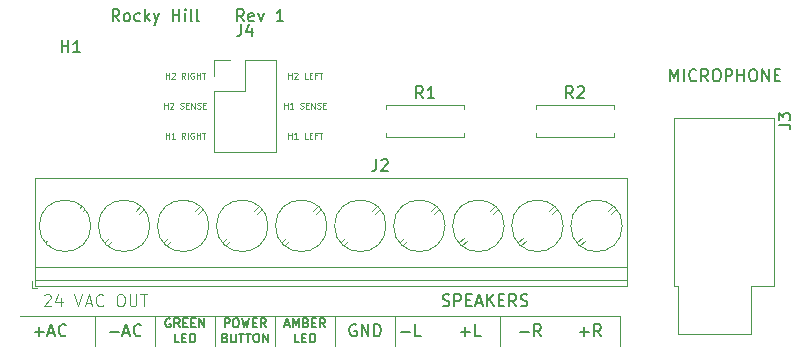
<source format=gbr>
G04 #@! TF.GenerationSoftware,KiCad,Pcbnew,5.1.5-52549c5~84~ubuntu18.04.1*
G04 #@! TF.CreationDate,2020-03-14T14:57:04-04:00*
G04 #@! TF.ProjectId,imac_g3_slot_loading_J22_adapter_board,696d6163-5f67-4335-9f73-6c6f745f6c6f,1*
G04 #@! TF.SameCoordinates,Original*
G04 #@! TF.FileFunction,Legend,Top*
G04 #@! TF.FilePolarity,Positive*
%FSLAX46Y46*%
G04 Gerber Fmt 4.6, Leading zero omitted, Abs format (unit mm)*
G04 Created by KiCad (PCBNEW 5.1.5-52549c5~84~ubuntu18.04.1) date 2020-03-14 14:57:04*
%MOMM*%
%LPD*%
G04 APERTURE LIST*
%ADD10C,0.150000*%
%ADD11C,0.100000*%
%ADD12C,0.120000*%
%ADD13C,0.125000*%
G04 APERTURE END LIST*
D10*
X124854857Y-89380380D02*
X124521523Y-88904190D01*
X124283428Y-89380380D02*
X124283428Y-88380380D01*
X124664380Y-88380380D01*
X124759619Y-88428000D01*
X124807238Y-88475619D01*
X124854857Y-88570857D01*
X124854857Y-88713714D01*
X124807238Y-88808952D01*
X124759619Y-88856571D01*
X124664380Y-88904190D01*
X124283428Y-88904190D01*
X125664380Y-89332761D02*
X125569142Y-89380380D01*
X125378666Y-89380380D01*
X125283428Y-89332761D01*
X125235809Y-89237523D01*
X125235809Y-88856571D01*
X125283428Y-88761333D01*
X125378666Y-88713714D01*
X125569142Y-88713714D01*
X125664380Y-88761333D01*
X125712000Y-88856571D01*
X125712000Y-88951809D01*
X125235809Y-89047047D01*
X126045333Y-88713714D02*
X126283428Y-89380380D01*
X126521523Y-88713714D01*
X128188190Y-89380380D02*
X127616761Y-89380380D01*
X127902476Y-89380380D02*
X127902476Y-88380380D01*
X127807238Y-88523238D01*
X127712000Y-88618476D01*
X127616761Y-88666095D01*
X114298190Y-89380380D02*
X113964857Y-88904190D01*
X113726761Y-89380380D02*
X113726761Y-88380380D01*
X114107714Y-88380380D01*
X114202952Y-88428000D01*
X114250571Y-88475619D01*
X114298190Y-88570857D01*
X114298190Y-88713714D01*
X114250571Y-88808952D01*
X114202952Y-88856571D01*
X114107714Y-88904190D01*
X113726761Y-88904190D01*
X114869619Y-89380380D02*
X114774380Y-89332761D01*
X114726761Y-89285142D01*
X114679142Y-89189904D01*
X114679142Y-88904190D01*
X114726761Y-88808952D01*
X114774380Y-88761333D01*
X114869619Y-88713714D01*
X115012476Y-88713714D01*
X115107714Y-88761333D01*
X115155333Y-88808952D01*
X115202952Y-88904190D01*
X115202952Y-89189904D01*
X115155333Y-89285142D01*
X115107714Y-89332761D01*
X115012476Y-89380380D01*
X114869619Y-89380380D01*
X116060095Y-89332761D02*
X115964857Y-89380380D01*
X115774380Y-89380380D01*
X115679142Y-89332761D01*
X115631523Y-89285142D01*
X115583904Y-89189904D01*
X115583904Y-88904190D01*
X115631523Y-88808952D01*
X115679142Y-88761333D01*
X115774380Y-88713714D01*
X115964857Y-88713714D01*
X116060095Y-88761333D01*
X116488666Y-89380380D02*
X116488666Y-88380380D01*
X116583904Y-88999428D02*
X116869619Y-89380380D01*
X116869619Y-88713714D02*
X116488666Y-89094666D01*
X117202952Y-88713714D02*
X117441047Y-89380380D01*
X117679142Y-88713714D02*
X117441047Y-89380380D01*
X117345809Y-89618476D01*
X117298190Y-89666095D01*
X117202952Y-89713714D01*
X118822000Y-89380380D02*
X118822000Y-88380380D01*
X118822000Y-88856571D02*
X119393428Y-88856571D01*
X119393428Y-89380380D02*
X119393428Y-88380380D01*
X119869619Y-89380380D02*
X119869619Y-88713714D01*
X119869619Y-88380380D02*
X119822000Y-88428000D01*
X119869619Y-88475619D01*
X119917238Y-88428000D01*
X119869619Y-88380380D01*
X119869619Y-88475619D01*
X120488666Y-89380380D02*
X120393428Y-89332761D01*
X120345809Y-89237523D01*
X120345809Y-88380380D01*
X121012476Y-89380380D02*
X120917238Y-89332761D01*
X120869619Y-89237523D01*
X120869619Y-88380380D01*
D11*
X128617238Y-94234190D02*
X128617238Y-93734190D01*
X128617238Y-93972285D02*
X128902952Y-93972285D01*
X128902952Y-94234190D02*
X128902952Y-93734190D01*
X129117238Y-93781809D02*
X129141047Y-93758000D01*
X129188666Y-93734190D01*
X129307714Y-93734190D01*
X129355333Y-93758000D01*
X129379142Y-93781809D01*
X129402952Y-93829428D01*
X129402952Y-93877047D01*
X129379142Y-93948476D01*
X129093428Y-94234190D01*
X129402952Y-94234190D01*
X130236285Y-94234190D02*
X129998190Y-94234190D01*
X129998190Y-93734190D01*
X130402952Y-93972285D02*
X130569619Y-93972285D01*
X130641047Y-94234190D02*
X130402952Y-94234190D01*
X130402952Y-93734190D01*
X130641047Y-93734190D01*
X131022000Y-93972285D02*
X130855333Y-93972285D01*
X130855333Y-94234190D02*
X130855333Y-93734190D01*
X131093428Y-93734190D01*
X131212476Y-93734190D02*
X131498190Y-93734190D01*
X131355333Y-94234190D02*
X131355333Y-93734190D01*
X128260095Y-96774190D02*
X128260095Y-96274190D01*
X128260095Y-96512285D02*
X128545809Y-96512285D01*
X128545809Y-96774190D02*
X128545809Y-96274190D01*
X129045809Y-96774190D02*
X128760095Y-96774190D01*
X128902952Y-96774190D02*
X128902952Y-96274190D01*
X128855333Y-96345619D01*
X128807714Y-96393238D01*
X128760095Y-96417047D01*
X129617238Y-96750380D02*
X129688666Y-96774190D01*
X129807714Y-96774190D01*
X129855333Y-96750380D01*
X129879142Y-96726571D01*
X129902952Y-96678952D01*
X129902952Y-96631333D01*
X129879142Y-96583714D01*
X129855333Y-96559904D01*
X129807714Y-96536095D01*
X129712476Y-96512285D01*
X129664857Y-96488476D01*
X129641047Y-96464666D01*
X129617238Y-96417047D01*
X129617238Y-96369428D01*
X129641047Y-96321809D01*
X129664857Y-96298000D01*
X129712476Y-96274190D01*
X129831523Y-96274190D01*
X129902952Y-96298000D01*
X130117238Y-96512285D02*
X130283904Y-96512285D01*
X130355333Y-96774190D02*
X130117238Y-96774190D01*
X130117238Y-96274190D01*
X130355333Y-96274190D01*
X130569619Y-96774190D02*
X130569619Y-96274190D01*
X130855333Y-96774190D01*
X130855333Y-96274190D01*
X131069619Y-96750380D02*
X131141047Y-96774190D01*
X131260095Y-96774190D01*
X131307714Y-96750380D01*
X131331523Y-96726571D01*
X131355333Y-96678952D01*
X131355333Y-96631333D01*
X131331523Y-96583714D01*
X131307714Y-96559904D01*
X131260095Y-96536095D01*
X131164857Y-96512285D01*
X131117238Y-96488476D01*
X131093428Y-96464666D01*
X131069619Y-96417047D01*
X131069619Y-96369428D01*
X131093428Y-96321809D01*
X131117238Y-96298000D01*
X131164857Y-96274190D01*
X131283904Y-96274190D01*
X131355333Y-96298000D01*
X131569619Y-96512285D02*
X131736285Y-96512285D01*
X131807714Y-96774190D02*
X131569619Y-96774190D01*
X131569619Y-96274190D01*
X131807714Y-96274190D01*
X118219142Y-94234190D02*
X118219142Y-93734190D01*
X118219142Y-93972285D02*
X118504857Y-93972285D01*
X118504857Y-94234190D02*
X118504857Y-93734190D01*
X118719142Y-93781809D02*
X118742952Y-93758000D01*
X118790571Y-93734190D01*
X118909619Y-93734190D01*
X118957238Y-93758000D01*
X118981047Y-93781809D01*
X119004857Y-93829428D01*
X119004857Y-93877047D01*
X118981047Y-93948476D01*
X118695333Y-94234190D01*
X119004857Y-94234190D01*
X119885809Y-94234190D02*
X119719142Y-93996095D01*
X119600095Y-94234190D02*
X119600095Y-93734190D01*
X119790571Y-93734190D01*
X119838190Y-93758000D01*
X119862000Y-93781809D01*
X119885809Y-93829428D01*
X119885809Y-93900857D01*
X119862000Y-93948476D01*
X119838190Y-93972285D01*
X119790571Y-93996095D01*
X119600095Y-93996095D01*
X120100095Y-94234190D02*
X120100095Y-93734190D01*
X120600095Y-93758000D02*
X120552476Y-93734190D01*
X120481047Y-93734190D01*
X120409619Y-93758000D01*
X120362000Y-93805619D01*
X120338190Y-93853238D01*
X120314380Y-93948476D01*
X120314380Y-94019904D01*
X120338190Y-94115142D01*
X120362000Y-94162761D01*
X120409619Y-94210380D01*
X120481047Y-94234190D01*
X120528666Y-94234190D01*
X120600095Y-94210380D01*
X120623904Y-94186571D01*
X120623904Y-94019904D01*
X120528666Y-94019904D01*
X120838190Y-94234190D02*
X120838190Y-93734190D01*
X120838190Y-93972285D02*
X121123904Y-93972285D01*
X121123904Y-94234190D02*
X121123904Y-93734190D01*
X121290571Y-93734190D02*
X121576285Y-93734190D01*
X121433428Y-94234190D02*
X121433428Y-93734190D01*
X118100095Y-96774190D02*
X118100095Y-96274190D01*
X118100095Y-96512285D02*
X118385809Y-96512285D01*
X118385809Y-96774190D02*
X118385809Y-96274190D01*
X118600095Y-96321809D02*
X118623904Y-96298000D01*
X118671523Y-96274190D01*
X118790571Y-96274190D01*
X118838190Y-96298000D01*
X118862000Y-96321809D01*
X118885809Y-96369428D01*
X118885809Y-96417047D01*
X118862000Y-96488476D01*
X118576285Y-96774190D01*
X118885809Y-96774190D01*
X119457238Y-96750380D02*
X119528666Y-96774190D01*
X119647714Y-96774190D01*
X119695333Y-96750380D01*
X119719142Y-96726571D01*
X119742952Y-96678952D01*
X119742952Y-96631333D01*
X119719142Y-96583714D01*
X119695333Y-96559904D01*
X119647714Y-96536095D01*
X119552476Y-96512285D01*
X119504857Y-96488476D01*
X119481047Y-96464666D01*
X119457238Y-96417047D01*
X119457238Y-96369428D01*
X119481047Y-96321809D01*
X119504857Y-96298000D01*
X119552476Y-96274190D01*
X119671523Y-96274190D01*
X119742952Y-96298000D01*
X119957238Y-96512285D02*
X120123904Y-96512285D01*
X120195333Y-96774190D02*
X119957238Y-96774190D01*
X119957238Y-96274190D01*
X120195333Y-96274190D01*
X120409619Y-96774190D02*
X120409619Y-96274190D01*
X120695333Y-96774190D01*
X120695333Y-96274190D01*
X120909619Y-96750380D02*
X120981047Y-96774190D01*
X121100095Y-96774190D01*
X121147714Y-96750380D01*
X121171523Y-96726571D01*
X121195333Y-96678952D01*
X121195333Y-96631333D01*
X121171523Y-96583714D01*
X121147714Y-96559904D01*
X121100095Y-96536095D01*
X121004857Y-96512285D01*
X120957238Y-96488476D01*
X120933428Y-96464666D01*
X120909619Y-96417047D01*
X120909619Y-96369428D01*
X120933428Y-96321809D01*
X120957238Y-96298000D01*
X121004857Y-96274190D01*
X121123904Y-96274190D01*
X121195333Y-96298000D01*
X121409619Y-96512285D02*
X121576285Y-96512285D01*
X121647714Y-96774190D02*
X121409619Y-96774190D01*
X121409619Y-96274190D01*
X121647714Y-96274190D01*
X118219142Y-99314190D02*
X118219142Y-98814190D01*
X118219142Y-99052285D02*
X118504857Y-99052285D01*
X118504857Y-99314190D02*
X118504857Y-98814190D01*
X119004857Y-99314190D02*
X118719142Y-99314190D01*
X118862000Y-99314190D02*
X118862000Y-98814190D01*
X118814380Y-98885619D01*
X118766761Y-98933238D01*
X118719142Y-98957047D01*
X119885809Y-99314190D02*
X119719142Y-99076095D01*
X119600095Y-99314190D02*
X119600095Y-98814190D01*
X119790571Y-98814190D01*
X119838190Y-98838000D01*
X119862000Y-98861809D01*
X119885809Y-98909428D01*
X119885809Y-98980857D01*
X119862000Y-99028476D01*
X119838190Y-99052285D01*
X119790571Y-99076095D01*
X119600095Y-99076095D01*
X120100095Y-99314190D02*
X120100095Y-98814190D01*
X120600095Y-98838000D02*
X120552476Y-98814190D01*
X120481047Y-98814190D01*
X120409619Y-98838000D01*
X120362000Y-98885619D01*
X120338190Y-98933238D01*
X120314380Y-99028476D01*
X120314380Y-99099904D01*
X120338190Y-99195142D01*
X120362000Y-99242761D01*
X120409619Y-99290380D01*
X120481047Y-99314190D01*
X120528666Y-99314190D01*
X120600095Y-99290380D01*
X120623904Y-99266571D01*
X120623904Y-99099904D01*
X120528666Y-99099904D01*
X120838190Y-99314190D02*
X120838190Y-98814190D01*
X120838190Y-99052285D02*
X121123904Y-99052285D01*
X121123904Y-99314190D02*
X121123904Y-98814190D01*
X121290571Y-98814190D02*
X121576285Y-98814190D01*
X121433428Y-99314190D02*
X121433428Y-98814190D01*
X128617238Y-99314190D02*
X128617238Y-98814190D01*
X128617238Y-99052285D02*
X128902952Y-99052285D01*
X128902952Y-99314190D02*
X128902952Y-98814190D01*
X129402952Y-99314190D02*
X129117238Y-99314190D01*
X129260095Y-99314190D02*
X129260095Y-98814190D01*
X129212476Y-98885619D01*
X129164857Y-98933238D01*
X129117238Y-98957047D01*
X130236285Y-99314190D02*
X129998190Y-99314190D01*
X129998190Y-98814190D01*
X130402952Y-99052285D02*
X130569619Y-99052285D01*
X130641047Y-99314190D02*
X130402952Y-99314190D01*
X130402952Y-98814190D01*
X130641047Y-98814190D01*
X131022000Y-99052285D02*
X130855333Y-99052285D01*
X130855333Y-99314190D02*
X130855333Y-98814190D01*
X131093428Y-98814190D01*
X131212476Y-98814190D02*
X131498190Y-98814190D01*
X131355333Y-99314190D02*
X131355333Y-98814190D01*
D12*
X112242000Y-114328000D02*
X105892000Y-114328000D01*
X117322000Y-114328000D02*
X112242000Y-114328000D01*
X112242000Y-114328000D02*
X112242000Y-116868000D01*
X117322000Y-114328000D02*
X137642000Y-114328000D01*
X137642000Y-114328000D02*
X156692000Y-114328000D01*
X146532000Y-114328000D02*
X146532000Y-116868000D01*
X156692000Y-114328000D02*
X156692000Y-116868000D01*
X137642000Y-114328000D02*
X137642000Y-116868000D01*
X132562000Y-114328000D02*
X132562000Y-116868000D01*
X127482000Y-114328000D02*
X127482000Y-116868000D01*
X122402000Y-114328000D02*
X122402000Y-116868000D01*
X117322000Y-114328000D02*
X117322000Y-116868000D01*
D13*
X107932476Y-112605619D02*
X107980095Y-112558000D01*
X108075333Y-112510380D01*
X108313428Y-112510380D01*
X108408666Y-112558000D01*
X108456285Y-112605619D01*
X108503904Y-112700857D01*
X108503904Y-112796095D01*
X108456285Y-112938952D01*
X107884857Y-113510380D01*
X108503904Y-113510380D01*
X109361047Y-112843714D02*
X109361047Y-113510380D01*
X109122952Y-112462761D02*
X108884857Y-113177047D01*
X109503904Y-113177047D01*
X110503904Y-112510380D02*
X110837238Y-113510380D01*
X111170571Y-112510380D01*
X111456285Y-113224666D02*
X111932476Y-113224666D01*
X111361047Y-113510380D02*
X111694380Y-112510380D01*
X112027714Y-113510380D01*
X112932476Y-113415142D02*
X112884857Y-113462761D01*
X112742000Y-113510380D01*
X112646761Y-113510380D01*
X112503904Y-113462761D01*
X112408666Y-113367523D01*
X112361047Y-113272285D01*
X112313428Y-113081809D01*
X112313428Y-112938952D01*
X112361047Y-112748476D01*
X112408666Y-112653238D01*
X112503904Y-112558000D01*
X112646761Y-112510380D01*
X112742000Y-112510380D01*
X112884857Y-112558000D01*
X112932476Y-112605619D01*
X114313428Y-112510380D02*
X114503904Y-112510380D01*
X114599142Y-112558000D01*
X114694380Y-112653238D01*
X114742000Y-112843714D01*
X114742000Y-113177047D01*
X114694380Y-113367523D01*
X114599142Y-113462761D01*
X114503904Y-113510380D01*
X114313428Y-113510380D01*
X114218190Y-113462761D01*
X114122952Y-113367523D01*
X114075333Y-113177047D01*
X114075333Y-112843714D01*
X114122952Y-112653238D01*
X114218190Y-112558000D01*
X114313428Y-112510380D01*
X115170571Y-112510380D02*
X115170571Y-113319904D01*
X115218190Y-113415142D01*
X115265809Y-113462761D01*
X115361047Y-113510380D01*
X115551523Y-113510380D01*
X115646761Y-113462761D01*
X115694380Y-113415142D01*
X115742000Y-113319904D01*
X115742000Y-112510380D01*
X116075333Y-112510380D02*
X116646761Y-112510380D01*
X116361047Y-113510380D02*
X116361047Y-112510380D01*
D10*
X160962952Y-94460380D02*
X160962952Y-93460380D01*
X161296285Y-94174666D01*
X161629619Y-93460380D01*
X161629619Y-94460380D01*
X162105809Y-94460380D02*
X162105809Y-93460380D01*
X163153428Y-94365142D02*
X163105809Y-94412761D01*
X162962952Y-94460380D01*
X162867714Y-94460380D01*
X162724857Y-94412761D01*
X162629619Y-94317523D01*
X162582000Y-94222285D01*
X162534380Y-94031809D01*
X162534380Y-93888952D01*
X162582000Y-93698476D01*
X162629619Y-93603238D01*
X162724857Y-93508000D01*
X162867714Y-93460380D01*
X162962952Y-93460380D01*
X163105809Y-93508000D01*
X163153428Y-93555619D01*
X164153428Y-94460380D02*
X163820095Y-93984190D01*
X163582000Y-94460380D02*
X163582000Y-93460380D01*
X163962952Y-93460380D01*
X164058190Y-93508000D01*
X164105809Y-93555619D01*
X164153428Y-93650857D01*
X164153428Y-93793714D01*
X164105809Y-93888952D01*
X164058190Y-93936571D01*
X163962952Y-93984190D01*
X163582000Y-93984190D01*
X164772476Y-93460380D02*
X164962952Y-93460380D01*
X165058190Y-93508000D01*
X165153428Y-93603238D01*
X165201047Y-93793714D01*
X165201047Y-94127047D01*
X165153428Y-94317523D01*
X165058190Y-94412761D01*
X164962952Y-94460380D01*
X164772476Y-94460380D01*
X164677238Y-94412761D01*
X164582000Y-94317523D01*
X164534380Y-94127047D01*
X164534380Y-93793714D01*
X164582000Y-93603238D01*
X164677238Y-93508000D01*
X164772476Y-93460380D01*
X165629619Y-94460380D02*
X165629619Y-93460380D01*
X166010571Y-93460380D01*
X166105809Y-93508000D01*
X166153428Y-93555619D01*
X166201047Y-93650857D01*
X166201047Y-93793714D01*
X166153428Y-93888952D01*
X166105809Y-93936571D01*
X166010571Y-93984190D01*
X165629619Y-93984190D01*
X166629619Y-94460380D02*
X166629619Y-93460380D01*
X166629619Y-93936571D02*
X167201047Y-93936571D01*
X167201047Y-94460380D02*
X167201047Y-93460380D01*
X167867714Y-93460380D02*
X168058190Y-93460380D01*
X168153428Y-93508000D01*
X168248666Y-93603238D01*
X168296285Y-93793714D01*
X168296285Y-94127047D01*
X168248666Y-94317523D01*
X168153428Y-94412761D01*
X168058190Y-94460380D01*
X167867714Y-94460380D01*
X167772476Y-94412761D01*
X167677238Y-94317523D01*
X167629619Y-94127047D01*
X167629619Y-93793714D01*
X167677238Y-93603238D01*
X167772476Y-93508000D01*
X167867714Y-93460380D01*
X168724857Y-94460380D02*
X168724857Y-93460380D01*
X169296285Y-94460380D01*
X169296285Y-93460380D01*
X169772476Y-93936571D02*
X170105809Y-93936571D01*
X170248666Y-94460380D02*
X169772476Y-94460380D01*
X169772476Y-93460380D01*
X170248666Y-93460380D01*
X141666761Y-113462761D02*
X141809619Y-113510380D01*
X142047714Y-113510380D01*
X142142952Y-113462761D01*
X142190571Y-113415142D01*
X142238190Y-113319904D01*
X142238190Y-113224666D01*
X142190571Y-113129428D01*
X142142952Y-113081809D01*
X142047714Y-113034190D01*
X141857238Y-112986571D01*
X141762000Y-112938952D01*
X141714380Y-112891333D01*
X141666761Y-112796095D01*
X141666761Y-112700857D01*
X141714380Y-112605619D01*
X141762000Y-112558000D01*
X141857238Y-112510380D01*
X142095333Y-112510380D01*
X142238190Y-112558000D01*
X142666761Y-113510380D02*
X142666761Y-112510380D01*
X143047714Y-112510380D01*
X143142952Y-112558000D01*
X143190571Y-112605619D01*
X143238190Y-112700857D01*
X143238190Y-112843714D01*
X143190571Y-112938952D01*
X143142952Y-112986571D01*
X143047714Y-113034190D01*
X142666761Y-113034190D01*
X143666761Y-112986571D02*
X144000095Y-112986571D01*
X144142952Y-113510380D02*
X143666761Y-113510380D01*
X143666761Y-112510380D01*
X144142952Y-112510380D01*
X144523904Y-113224666D02*
X145000095Y-113224666D01*
X144428666Y-113510380D02*
X144762000Y-112510380D01*
X145095333Y-113510380D01*
X145428666Y-113510380D02*
X145428666Y-112510380D01*
X146000095Y-113510380D02*
X145571523Y-112938952D01*
X146000095Y-112510380D02*
X145428666Y-113081809D01*
X146428666Y-112986571D02*
X146762000Y-112986571D01*
X146904857Y-113510380D02*
X146428666Y-113510380D01*
X146428666Y-112510380D01*
X146904857Y-112510380D01*
X147904857Y-113510380D02*
X147571523Y-113034190D01*
X147333428Y-113510380D02*
X147333428Y-112510380D01*
X147714380Y-112510380D01*
X147809619Y-112558000D01*
X147857238Y-112605619D01*
X147904857Y-112700857D01*
X147904857Y-112843714D01*
X147857238Y-112938952D01*
X147809619Y-112986571D01*
X147714380Y-113034190D01*
X147333428Y-113034190D01*
X148285809Y-113462761D02*
X148428666Y-113510380D01*
X148666761Y-113510380D01*
X148762000Y-113462761D01*
X148809619Y-113415142D01*
X148857238Y-113319904D01*
X148857238Y-113224666D01*
X148809619Y-113129428D01*
X148762000Y-113081809D01*
X148666761Y-113034190D01*
X148476285Y-112986571D01*
X148381047Y-112938952D01*
X148333428Y-112891333D01*
X148285809Y-112796095D01*
X148285809Y-112700857D01*
X148333428Y-112605619D01*
X148381047Y-112558000D01*
X148476285Y-112510380D01*
X148714380Y-112510380D01*
X148857238Y-112558000D01*
X143206285Y-115669428D02*
X143968190Y-115669428D01*
X143587238Y-116050380D02*
X143587238Y-115288476D01*
X144920571Y-116050380D02*
X144444380Y-116050380D01*
X144444380Y-115050380D01*
X138126285Y-115669428D02*
X138888190Y-115669428D01*
X139840571Y-116050380D02*
X139364380Y-116050380D01*
X139364380Y-115050380D01*
X148191047Y-115669428D02*
X148952952Y-115669428D01*
X150000571Y-116050380D02*
X149667238Y-115574190D01*
X149429142Y-116050380D02*
X149429142Y-115050380D01*
X149810095Y-115050380D01*
X149905333Y-115098000D01*
X149952952Y-115145619D01*
X150000571Y-115240857D01*
X150000571Y-115383714D01*
X149952952Y-115478952D01*
X149905333Y-115526571D01*
X149810095Y-115574190D01*
X149429142Y-115574190D01*
X153271047Y-115669428D02*
X154032952Y-115669428D01*
X153652000Y-116050380D02*
X153652000Y-115288476D01*
X155080571Y-116050380D02*
X154747238Y-115574190D01*
X154509142Y-116050380D02*
X154509142Y-115050380D01*
X154890095Y-115050380D01*
X154985333Y-115098000D01*
X155032952Y-115145619D01*
X155080571Y-115240857D01*
X155080571Y-115383714D01*
X155032952Y-115478952D01*
X154985333Y-115526571D01*
X154890095Y-115574190D01*
X154509142Y-115574190D01*
X134340095Y-115098000D02*
X134244857Y-115050380D01*
X134102000Y-115050380D01*
X133959142Y-115098000D01*
X133863904Y-115193238D01*
X133816285Y-115288476D01*
X133768666Y-115478952D01*
X133768666Y-115621809D01*
X133816285Y-115812285D01*
X133863904Y-115907523D01*
X133959142Y-116002761D01*
X134102000Y-116050380D01*
X134197238Y-116050380D01*
X134340095Y-116002761D01*
X134387714Y-115955142D01*
X134387714Y-115621809D01*
X134197238Y-115621809D01*
X134816285Y-116050380D02*
X134816285Y-115050380D01*
X135387714Y-116050380D01*
X135387714Y-115050380D01*
X135863904Y-116050380D02*
X135863904Y-115050380D01*
X136102000Y-115050380D01*
X136244857Y-115098000D01*
X136340095Y-115193238D01*
X136387714Y-115288476D01*
X136435333Y-115478952D01*
X136435333Y-115621809D01*
X136387714Y-115812285D01*
X136340095Y-115907523D01*
X136244857Y-116002761D01*
X136102000Y-116050380D01*
X135863904Y-116050380D01*
X128325571Y-115085500D02*
X128682714Y-115085500D01*
X128254142Y-115299785D02*
X128504142Y-114549785D01*
X128754142Y-115299785D01*
X129004142Y-115299785D02*
X129004142Y-114549785D01*
X129254142Y-115085500D01*
X129504142Y-114549785D01*
X129504142Y-115299785D01*
X130111285Y-114906928D02*
X130218428Y-114942642D01*
X130254142Y-114978357D01*
X130289857Y-115049785D01*
X130289857Y-115156928D01*
X130254142Y-115228357D01*
X130218428Y-115264071D01*
X130147000Y-115299785D01*
X129861285Y-115299785D01*
X129861285Y-114549785D01*
X130111285Y-114549785D01*
X130182714Y-114585500D01*
X130218428Y-114621214D01*
X130254142Y-114692642D01*
X130254142Y-114764071D01*
X130218428Y-114835500D01*
X130182714Y-114871214D01*
X130111285Y-114906928D01*
X129861285Y-114906928D01*
X130611285Y-114906928D02*
X130861285Y-114906928D01*
X130968428Y-115299785D02*
X130611285Y-115299785D01*
X130611285Y-114549785D01*
X130968428Y-114549785D01*
X131718428Y-115299785D02*
X131468428Y-114942642D01*
X131289857Y-115299785D02*
X131289857Y-114549785D01*
X131575571Y-114549785D01*
X131647000Y-114585500D01*
X131682714Y-114621214D01*
X131718428Y-114692642D01*
X131718428Y-114799785D01*
X131682714Y-114871214D01*
X131647000Y-114906928D01*
X131575571Y-114942642D01*
X131289857Y-114942642D01*
X129539857Y-116574785D02*
X129182714Y-116574785D01*
X129182714Y-115824785D01*
X129789857Y-116181928D02*
X130039857Y-116181928D01*
X130147000Y-116574785D02*
X129789857Y-116574785D01*
X129789857Y-115824785D01*
X130147000Y-115824785D01*
X130468428Y-116574785D02*
X130468428Y-115824785D01*
X130647000Y-115824785D01*
X130754142Y-115860500D01*
X130825571Y-115931928D01*
X130861285Y-116003357D01*
X130897000Y-116146214D01*
X130897000Y-116253357D01*
X130861285Y-116396214D01*
X130825571Y-116467642D01*
X130754142Y-116539071D01*
X130647000Y-116574785D01*
X130468428Y-116574785D01*
X123209857Y-115299785D02*
X123209857Y-114549785D01*
X123495571Y-114549785D01*
X123567000Y-114585500D01*
X123602714Y-114621214D01*
X123638428Y-114692642D01*
X123638428Y-114799785D01*
X123602714Y-114871214D01*
X123567000Y-114906928D01*
X123495571Y-114942642D01*
X123209857Y-114942642D01*
X124102714Y-114549785D02*
X124245571Y-114549785D01*
X124317000Y-114585500D01*
X124388428Y-114656928D01*
X124424142Y-114799785D01*
X124424142Y-115049785D01*
X124388428Y-115192642D01*
X124317000Y-115264071D01*
X124245571Y-115299785D01*
X124102714Y-115299785D01*
X124031285Y-115264071D01*
X123959857Y-115192642D01*
X123924142Y-115049785D01*
X123924142Y-114799785D01*
X123959857Y-114656928D01*
X124031285Y-114585500D01*
X124102714Y-114549785D01*
X124674142Y-114549785D02*
X124852714Y-115299785D01*
X124995571Y-114764071D01*
X125138428Y-115299785D01*
X125317000Y-114549785D01*
X125602714Y-114906928D02*
X125852714Y-114906928D01*
X125959857Y-115299785D02*
X125602714Y-115299785D01*
X125602714Y-114549785D01*
X125959857Y-114549785D01*
X126709857Y-115299785D02*
X126459857Y-114942642D01*
X126281285Y-115299785D02*
X126281285Y-114549785D01*
X126567000Y-114549785D01*
X126638428Y-114585500D01*
X126674142Y-114621214D01*
X126709857Y-114692642D01*
X126709857Y-114799785D01*
X126674142Y-114871214D01*
X126638428Y-114906928D01*
X126567000Y-114942642D01*
X126281285Y-114942642D01*
X123245571Y-116181928D02*
X123352714Y-116217642D01*
X123388428Y-116253357D01*
X123424142Y-116324785D01*
X123424142Y-116431928D01*
X123388428Y-116503357D01*
X123352714Y-116539071D01*
X123281285Y-116574785D01*
X122995571Y-116574785D01*
X122995571Y-115824785D01*
X123245571Y-115824785D01*
X123317000Y-115860500D01*
X123352714Y-115896214D01*
X123388428Y-115967642D01*
X123388428Y-116039071D01*
X123352714Y-116110500D01*
X123317000Y-116146214D01*
X123245571Y-116181928D01*
X122995571Y-116181928D01*
X123745571Y-115824785D02*
X123745571Y-116431928D01*
X123781285Y-116503357D01*
X123817000Y-116539071D01*
X123888428Y-116574785D01*
X124031285Y-116574785D01*
X124102714Y-116539071D01*
X124138428Y-116503357D01*
X124174142Y-116431928D01*
X124174142Y-115824785D01*
X124424142Y-115824785D02*
X124852714Y-115824785D01*
X124638428Y-116574785D02*
X124638428Y-115824785D01*
X124995571Y-115824785D02*
X125424142Y-115824785D01*
X125209857Y-116574785D02*
X125209857Y-115824785D01*
X125817000Y-115824785D02*
X125959857Y-115824785D01*
X126031285Y-115860500D01*
X126102714Y-115931928D01*
X126138428Y-116074785D01*
X126138428Y-116324785D01*
X126102714Y-116467642D01*
X126031285Y-116539071D01*
X125959857Y-116574785D01*
X125817000Y-116574785D01*
X125745571Y-116539071D01*
X125674142Y-116467642D01*
X125638428Y-116324785D01*
X125638428Y-116074785D01*
X125674142Y-115931928D01*
X125745571Y-115860500D01*
X125817000Y-115824785D01*
X126459857Y-116574785D02*
X126459857Y-115824785D01*
X126888428Y-116574785D01*
X126888428Y-115824785D01*
X118612000Y-114585500D02*
X118540571Y-114549785D01*
X118433428Y-114549785D01*
X118326285Y-114585500D01*
X118254857Y-114656928D01*
X118219142Y-114728357D01*
X118183428Y-114871214D01*
X118183428Y-114978357D01*
X118219142Y-115121214D01*
X118254857Y-115192642D01*
X118326285Y-115264071D01*
X118433428Y-115299785D01*
X118504857Y-115299785D01*
X118612000Y-115264071D01*
X118647714Y-115228357D01*
X118647714Y-114978357D01*
X118504857Y-114978357D01*
X119397714Y-115299785D02*
X119147714Y-114942642D01*
X118969142Y-115299785D02*
X118969142Y-114549785D01*
X119254857Y-114549785D01*
X119326285Y-114585500D01*
X119362000Y-114621214D01*
X119397714Y-114692642D01*
X119397714Y-114799785D01*
X119362000Y-114871214D01*
X119326285Y-114906928D01*
X119254857Y-114942642D01*
X118969142Y-114942642D01*
X119719142Y-114906928D02*
X119969142Y-114906928D01*
X120076285Y-115299785D02*
X119719142Y-115299785D01*
X119719142Y-114549785D01*
X120076285Y-114549785D01*
X120397714Y-114906928D02*
X120647714Y-114906928D01*
X120754857Y-115299785D02*
X120397714Y-115299785D01*
X120397714Y-114549785D01*
X120754857Y-114549785D01*
X121076285Y-115299785D02*
X121076285Y-114549785D01*
X121504857Y-115299785D01*
X121504857Y-114549785D01*
X119379857Y-116574785D02*
X119022714Y-116574785D01*
X119022714Y-115824785D01*
X119629857Y-116181928D02*
X119879857Y-116181928D01*
X119987000Y-116574785D02*
X119629857Y-116574785D01*
X119629857Y-115824785D01*
X119987000Y-115824785D01*
X120308428Y-116574785D02*
X120308428Y-115824785D01*
X120487000Y-115824785D01*
X120594142Y-115860500D01*
X120665571Y-115931928D01*
X120701285Y-116003357D01*
X120737000Y-116146214D01*
X120737000Y-116253357D01*
X120701285Y-116396214D01*
X120665571Y-116467642D01*
X120594142Y-116539071D01*
X120487000Y-116574785D01*
X120308428Y-116574785D01*
X107122476Y-115669428D02*
X107884380Y-115669428D01*
X107503428Y-116050380D02*
X107503428Y-115288476D01*
X108312952Y-115764666D02*
X108789142Y-115764666D01*
X108217714Y-116050380D02*
X108551047Y-115050380D01*
X108884380Y-116050380D01*
X109789142Y-115955142D02*
X109741523Y-116002761D01*
X109598666Y-116050380D01*
X109503428Y-116050380D01*
X109360571Y-116002761D01*
X109265333Y-115907523D01*
X109217714Y-115812285D01*
X109170095Y-115621809D01*
X109170095Y-115478952D01*
X109217714Y-115288476D01*
X109265333Y-115193238D01*
X109360571Y-115098000D01*
X109503428Y-115050380D01*
X109598666Y-115050380D01*
X109741523Y-115098000D01*
X109789142Y-115145619D01*
X113472476Y-115669428D02*
X114234380Y-115669428D01*
X114662952Y-115764666D02*
X115139142Y-115764666D01*
X114567714Y-116050380D02*
X114901047Y-115050380D01*
X115234380Y-116050380D01*
X116139142Y-115955142D02*
X116091523Y-116002761D01*
X115948666Y-116050380D01*
X115853428Y-116050380D01*
X115710571Y-116002761D01*
X115615333Y-115907523D01*
X115567714Y-115812285D01*
X115520095Y-115621809D01*
X115520095Y-115478952D01*
X115567714Y-115288476D01*
X115615333Y-115193238D01*
X115710571Y-115098000D01*
X115853428Y-115050380D01*
X115948666Y-115050380D01*
X116091523Y-115098000D01*
X116139142Y-115145619D01*
D12*
X167802000Y-115838000D02*
X161562000Y-115838000D01*
X161562000Y-115838000D02*
X161562000Y-111838000D01*
X161562000Y-111838000D02*
X161262000Y-111838000D01*
X161262000Y-111838000D02*
X161262000Y-97598000D01*
X161262000Y-97598000D02*
X169702000Y-97598000D01*
X169702000Y-97598000D02*
X169702000Y-111838000D01*
X169702000Y-111838000D02*
X167802000Y-111838000D01*
X167802000Y-111838000D02*
X167802000Y-115838000D01*
X143452000Y-99188000D02*
X143452000Y-98858000D01*
X136912000Y-99188000D02*
X143452000Y-99188000D01*
X136912000Y-98858000D02*
X136912000Y-99188000D01*
X143452000Y-96448000D02*
X143452000Y-96778000D01*
X136912000Y-96448000D02*
X143452000Y-96448000D01*
X136912000Y-96778000D02*
X136912000Y-96448000D01*
X149612000Y-96778000D02*
X149612000Y-96448000D01*
X149612000Y-96448000D02*
X156152000Y-96448000D01*
X156152000Y-96448000D02*
X156152000Y-96778000D01*
X149612000Y-98858000D02*
X149612000Y-99188000D01*
X149612000Y-99188000D02*
X156152000Y-99188000D01*
X156152000Y-99188000D02*
X156152000Y-98858000D01*
X111882000Y-106708000D02*
G75*
G03X111882000Y-106708000I-2180000J0D01*
G01*
X116882000Y-106708000D02*
G75*
G03X116882000Y-106708000I-2180000J0D01*
G01*
X121882000Y-106708000D02*
G75*
G03X121882000Y-106708000I-2180000J0D01*
G01*
X126882000Y-106708000D02*
G75*
G03X126882000Y-106708000I-2180000J0D01*
G01*
X131882000Y-106708000D02*
G75*
G03X131882000Y-106708000I-2180000J0D01*
G01*
X136882000Y-106708000D02*
G75*
G03X136882000Y-106708000I-2180000J0D01*
G01*
X141882000Y-106708000D02*
G75*
G03X141882000Y-106708000I-2180000J0D01*
G01*
X146882000Y-106708000D02*
G75*
G03X146882000Y-106708000I-2180000J0D01*
G01*
X151882000Y-106708000D02*
G75*
G03X151882000Y-106708000I-2180000J0D01*
G01*
X156882000Y-106708000D02*
G75*
G03X156882000Y-106708000I-2180000J0D01*
G01*
X107142000Y-111308000D02*
X157262000Y-111308000D01*
X107142000Y-110208000D02*
X157262000Y-110208000D01*
X107142000Y-102648000D02*
X157262000Y-102648000D01*
X107142000Y-111768000D02*
X157262000Y-111768000D01*
X107142000Y-102648000D02*
X107142000Y-111768000D01*
X157262000Y-102648000D02*
X157262000Y-111768000D01*
X111356000Y-105320000D02*
X111249000Y-105427000D01*
X108420000Y-108255000D02*
X108314000Y-108362000D01*
X111090000Y-105054000D02*
X110983000Y-105161000D01*
X108154000Y-107989000D02*
X108048000Y-108096000D01*
X116356000Y-105320000D02*
X115961000Y-105716000D01*
X113695000Y-107982000D02*
X113315000Y-108362000D01*
X116090000Y-105054000D02*
X115710000Y-105434000D01*
X113444000Y-107700000D02*
X113049000Y-108096000D01*
X121356000Y-105320000D02*
X120961000Y-105716000D01*
X118695000Y-107982000D02*
X118315000Y-108362000D01*
X121090000Y-105054000D02*
X120710000Y-105434000D01*
X118444000Y-107700000D02*
X118049000Y-108096000D01*
X126356000Y-105320000D02*
X125961000Y-105716000D01*
X123695000Y-107982000D02*
X123315000Y-108362000D01*
X126090000Y-105054000D02*
X125710000Y-105434000D01*
X123444000Y-107700000D02*
X123049000Y-108096000D01*
X131356000Y-105320000D02*
X130961000Y-105716000D01*
X128695000Y-107982000D02*
X128315000Y-108362000D01*
X131090000Y-105054000D02*
X130710000Y-105434000D01*
X128444000Y-107700000D02*
X128049000Y-108096000D01*
X136356000Y-105320000D02*
X135961000Y-105716000D01*
X133695000Y-107982000D02*
X133315000Y-108362000D01*
X136090000Y-105054000D02*
X135710000Y-105434000D01*
X133444000Y-107700000D02*
X133049000Y-108096000D01*
X141356000Y-105320000D02*
X140961000Y-105716000D01*
X138695000Y-107982000D02*
X138315000Y-108362000D01*
X141090000Y-105054000D02*
X140710000Y-105434000D01*
X138444000Y-107700000D02*
X138049000Y-108096000D01*
X146356000Y-105320000D02*
X145961000Y-105716000D01*
X143695000Y-107982000D02*
X143315000Y-108362000D01*
X146090000Y-105054000D02*
X145710000Y-105434000D01*
X143444000Y-107700000D02*
X143049000Y-108096000D01*
X151356000Y-105320000D02*
X150961000Y-105716000D01*
X148695000Y-107982000D02*
X148315000Y-108362000D01*
X151090000Y-105054000D02*
X150710000Y-105434000D01*
X148444000Y-107700000D02*
X148049000Y-108096000D01*
X156356000Y-105320000D02*
X155961000Y-105716000D01*
X153695000Y-107982000D02*
X153315000Y-108362000D01*
X156090000Y-105054000D02*
X155710000Y-105434000D01*
X153444000Y-107700000D02*
X153049000Y-108096000D01*
X106902000Y-111368000D02*
X106902000Y-112008000D01*
X106902000Y-112008000D02*
X107302000Y-112008000D01*
X122342000Y-100418000D02*
X127542000Y-100418000D01*
X122342000Y-95278000D02*
X122342000Y-100418000D01*
X127542000Y-92678000D02*
X127542000Y-100418000D01*
X122342000Y-95278000D02*
X124942000Y-95278000D01*
X124942000Y-95278000D02*
X124942000Y-92678000D01*
X124942000Y-92678000D02*
X127542000Y-92678000D01*
X122342000Y-94008000D02*
X122342000Y-92678000D01*
X122342000Y-92678000D02*
X123672000Y-92678000D01*
D10*
X109410095Y-91990380D02*
X109410095Y-90990380D01*
X109410095Y-91466571D02*
X109981523Y-91466571D01*
X109981523Y-91990380D02*
X109981523Y-90990380D01*
X110981523Y-91990380D02*
X110410095Y-91990380D01*
X110695809Y-91990380D02*
X110695809Y-90990380D01*
X110600571Y-91133238D01*
X110505333Y-91228476D01*
X110410095Y-91276095D01*
X170114380Y-98151333D02*
X170828666Y-98151333D01*
X170971523Y-98198952D01*
X171066761Y-98294190D01*
X171114380Y-98437047D01*
X171114380Y-98532285D01*
X170114380Y-97770380D02*
X170114380Y-97151333D01*
X170495333Y-97484666D01*
X170495333Y-97341809D01*
X170542952Y-97246571D01*
X170590571Y-97198952D01*
X170685809Y-97151333D01*
X170923904Y-97151333D01*
X171019142Y-97198952D01*
X171066761Y-97246571D01*
X171114380Y-97341809D01*
X171114380Y-97627523D01*
X171066761Y-97722761D01*
X171019142Y-97770380D01*
X140015333Y-95900380D02*
X139682000Y-95424190D01*
X139443904Y-95900380D02*
X139443904Y-94900380D01*
X139824857Y-94900380D01*
X139920095Y-94948000D01*
X139967714Y-94995619D01*
X140015333Y-95090857D01*
X140015333Y-95233714D01*
X139967714Y-95328952D01*
X139920095Y-95376571D01*
X139824857Y-95424190D01*
X139443904Y-95424190D01*
X140967714Y-95900380D02*
X140396285Y-95900380D01*
X140682000Y-95900380D02*
X140682000Y-94900380D01*
X140586761Y-95043238D01*
X140491523Y-95138476D01*
X140396285Y-95186095D01*
X152715333Y-95900380D02*
X152382000Y-95424190D01*
X152143904Y-95900380D02*
X152143904Y-94900380D01*
X152524857Y-94900380D01*
X152620095Y-94948000D01*
X152667714Y-94995619D01*
X152715333Y-95090857D01*
X152715333Y-95233714D01*
X152667714Y-95328952D01*
X152620095Y-95376571D01*
X152524857Y-95424190D01*
X152143904Y-95424190D01*
X153096285Y-94995619D02*
X153143904Y-94948000D01*
X153239142Y-94900380D01*
X153477238Y-94900380D01*
X153572476Y-94948000D01*
X153620095Y-94995619D01*
X153667714Y-95090857D01*
X153667714Y-95186095D01*
X153620095Y-95328952D01*
X153048666Y-95900380D01*
X153667714Y-95900380D01*
X136038666Y-101080380D02*
X136038666Y-101794666D01*
X135991047Y-101937523D01*
X135895809Y-102032761D01*
X135752952Y-102080380D01*
X135657714Y-102080380D01*
X136467238Y-101175619D02*
X136514857Y-101128000D01*
X136610095Y-101080380D01*
X136848190Y-101080380D01*
X136943428Y-101128000D01*
X136991047Y-101175619D01*
X137038666Y-101270857D01*
X137038666Y-101366095D01*
X136991047Y-101508952D01*
X136419619Y-102080380D01*
X137038666Y-102080380D01*
X124608666Y-89650380D02*
X124608666Y-90364666D01*
X124561047Y-90507523D01*
X124465809Y-90602761D01*
X124322952Y-90650380D01*
X124227714Y-90650380D01*
X125513428Y-89983714D02*
X125513428Y-90650380D01*
X125275333Y-89602761D02*
X125037238Y-90317047D01*
X125656285Y-90317047D01*
M02*

</source>
